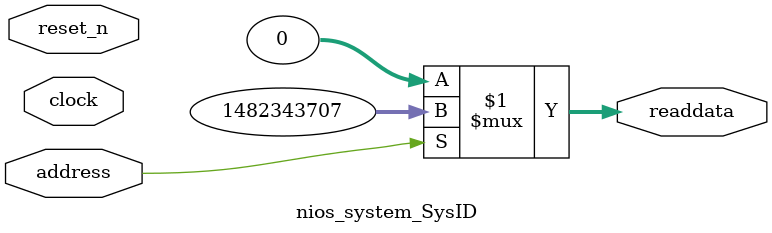
<source format=v>



// synthesis translate_off
`timescale 1ns / 1ps
// synthesis translate_on

// turn off superfluous verilog processor warnings 
// altera message_level Level1 
// altera message_off 10034 10035 10036 10037 10230 10240 10030 

module nios_system_SysID (
               // inputs:
                address,
                clock,
                reset_n,

               // outputs:
                readdata
             )
;

  output  [ 31: 0] readdata;
  input            address;
  input            clock;
  input            reset_n;

  wire    [ 31: 0] readdata;
  //control_slave, which is an e_avalon_slave
  assign readdata = address ? 1482343707 : 0;

endmodule



</source>
